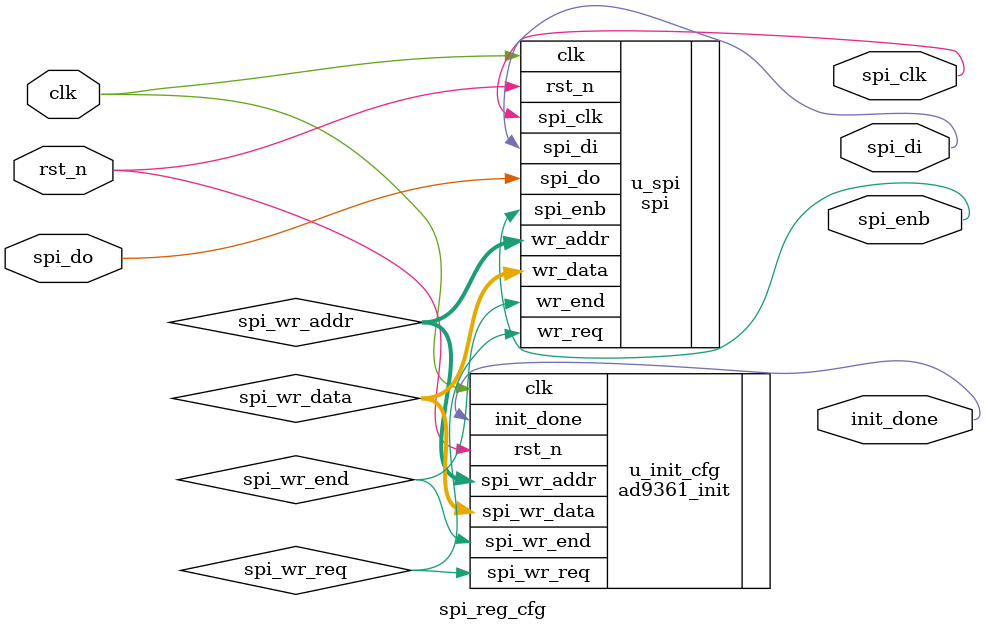
<source format=v>
`timescale 1ns/100ps
module spi_reg_cfg (
        input            clk,
        input            rst_n,

        //spi
        output           spi_enb,
        output           spi_clk,
        output           spi_di,
        input            spi_do,

        output           init_done
    );

    //AD9361 initial configuration
    wire              spi_wr_end;
    wire              spi_wr_req;
    wire [9:0]        spi_wr_addr;
    wire [7:0]        spi_wr_data;

    ad9361_init u_init_cfg (
        //input
        .clk           ( clk         ),
        .rst_n         ( rst_n       ),

        //output
        .spi_wr_end    ( spi_wr_end  ),
        .spi_wr_req    ( spi_wr_req  ),
        .spi_wr_addr   ( spi_wr_addr ),
        .spi_wr_data   ( spi_wr_data ),
        .init_done     ( init_done   )
    );

    spi u_spi (
        .clk           ( clk         ),
        .rst_n         ( rst_n       ),

        .wr_end        ( spi_wr_end  ),
        .wr_req        ( spi_wr_req  ),
        .wr_addr       ( spi_wr_addr ),
        .wr_data       ( spi_wr_data ),

        // .rd_end        ( spi_rd_end  ),
        // .rd_req        ( spi_rd_req  ),
        // .rd_addr       ( spi_rd_addr ),
        // .rd_data       ( spi_rd_data ),
 
        .spi_enb       ( spi_enb     ),
        .spi_clk       ( spi_clk     ),
        .spi_do        ( spi_do      ),
        .spi_di        ( spi_di      )
    );

endmodule

</source>
